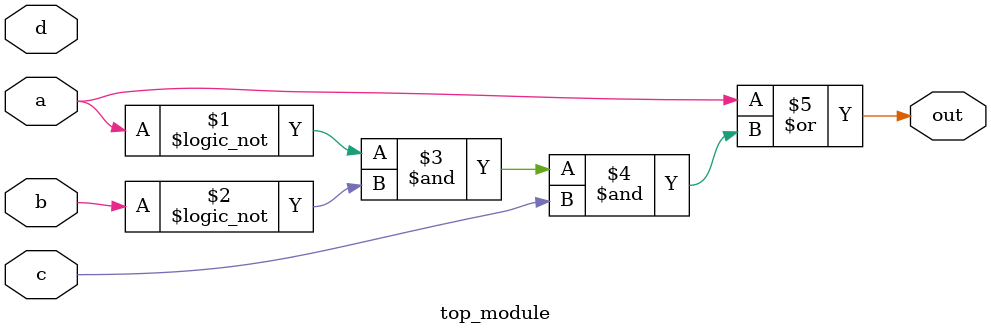
<source format=v>
module top_module(
    input a,
    input b,
    input c,
    input d,
    output out  ); 
    assign out=a|(!a&!b&c);
endmodule

</source>
